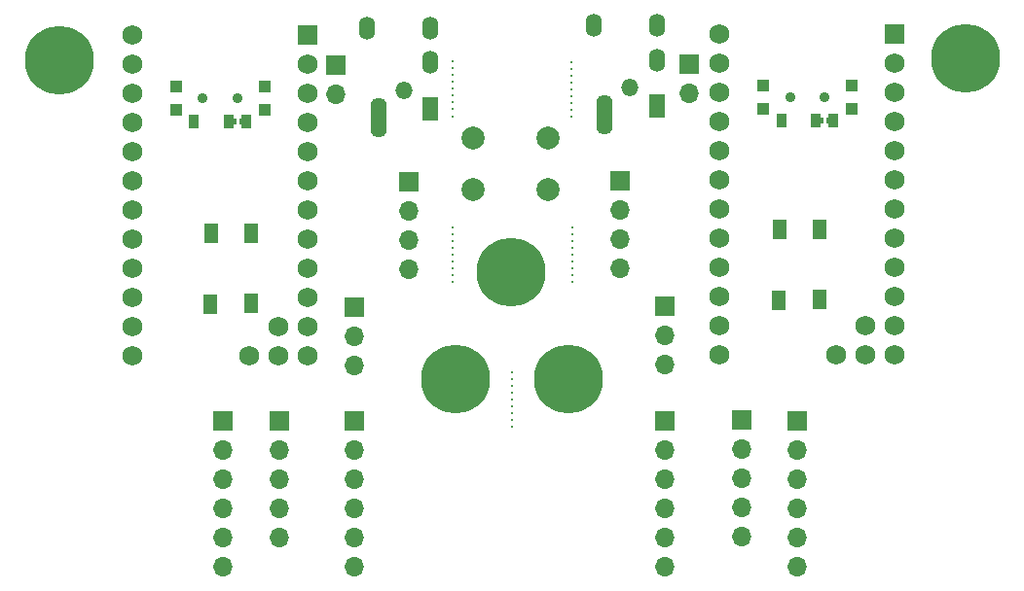
<source format=gbs>
%TF.GenerationSoftware,KiCad,Pcbnew,7.0.7*%
%TF.CreationDate,2024-01-26T01:18:24+08:00*%
%TF.ProjectId,adapter,61646170-7465-4722-9e6b-696361645f70,rev?*%
%TF.SameCoordinates,Original*%
%TF.FileFunction,Soldermask,Bot*%
%TF.FilePolarity,Negative*%
%FSLAX46Y46*%
G04 Gerber Fmt 4.6, Leading zero omitted, Abs format (unit mm)*
G04 Created by KiCad (PCBNEW 7.0.7) date 2024-01-26 01:18:24*
%MOMM*%
%LPD*%
G01*
G04 APERTURE LIST*
%ADD10C,0.300000*%
%ADD11C,2.000000*%
%ADD12C,6.000000*%
%ADD13R,1.752600X1.752600*%
%ADD14C,1.752600*%
%ADD15R,1.700000X1.700000*%
%ADD16O,1.700000X1.700000*%
%ADD17R,0.400000X0.600000*%
%ADD18C,0.900000*%
%ADD19R,0.900000X1.300000*%
%ADD20R,1.000000X1.000000*%
%ADD21O,1.500000X1.500000*%
%ADD22O,1.400000X2.000000*%
%ADD23O,1.400000X3.500000*%
%ADD24R,1.400000X2.000000*%
%ADD25R,1.300000X1.800000*%
G04 APERTURE END LIST*
D10*
%TO.C,REF\u002A\u002A*%
X206210000Y-117705000D03*
X206210000Y-118298750D03*
X206210000Y-118892500D03*
X206210000Y-119486250D03*
X206210000Y-120080000D03*
X206210000Y-120673750D03*
X206210000Y-121267500D03*
X206210000Y-121861250D03*
X206210000Y-122455000D03*
%TD*%
%TO.C,REF\u002A\u002A*%
X211430000Y-105105000D03*
X211430000Y-105698750D03*
X211430000Y-106292500D03*
X211430000Y-106886250D03*
X211430000Y-107480000D03*
X211430000Y-108073750D03*
X211430000Y-108667500D03*
X211430000Y-109261250D03*
X211430000Y-109855000D03*
%TD*%
%TO.C,REF\u002A\u002A*%
X201030000Y-105145000D03*
X201030000Y-105738750D03*
X201030000Y-106332500D03*
X201030000Y-106926250D03*
X201030000Y-107520000D03*
X201030000Y-108113750D03*
X201030000Y-108707500D03*
X201030000Y-109301250D03*
X201030000Y-109895000D03*
%TD*%
%TO.C,REF\u002A\u002A*%
X211370000Y-90695000D03*
X211370000Y-91288750D03*
X211370000Y-91882500D03*
X211370000Y-92476250D03*
X211370000Y-93070000D03*
X211370000Y-93663750D03*
X211370000Y-94257500D03*
X211370000Y-94851250D03*
X211370000Y-95445000D03*
%TD*%
%TO.C,REF\u002A\u002A*%
X201100000Y-93050000D03*
X201100000Y-93643750D03*
X201100000Y-94237500D03*
X201100000Y-94831250D03*
X201100000Y-95425000D03*
X201100000Y-91268750D03*
X201100000Y-92456250D03*
X201100000Y-90675000D03*
X201100000Y-91862500D03*
%TD*%
D11*
%TO.C,RSW1*%
X209350000Y-97300000D03*
X202850000Y-97300000D03*
X202850000Y-101800000D03*
X209350000Y-101800000D03*
%TD*%
D12*
%TO.C,H3*%
X206100000Y-109050000D03*
%TD*%
D13*
%TO.C,U2*%
X188446376Y-88388160D03*
D14*
X188446376Y-90928160D03*
X188446376Y-93468160D03*
X188446376Y-96008160D03*
X188446376Y-98548160D03*
X188446376Y-101088160D03*
X188446376Y-103628160D03*
X188446376Y-106168160D03*
X188446376Y-108708160D03*
X188446376Y-111248160D03*
X188446376Y-113788160D03*
X188446376Y-116328160D03*
X173206376Y-116328160D03*
X173206376Y-113788160D03*
X173206376Y-111248160D03*
X173206376Y-108708160D03*
X173206376Y-106168160D03*
X173206376Y-103628160D03*
X173206376Y-101088160D03*
X173206376Y-98548160D03*
X173206376Y-96008160D03*
X173206376Y-93468160D03*
X173206376Y-90928160D03*
X173206376Y-88388160D03*
X185906376Y-113788160D03*
X183366376Y-116328160D03*
X185906376Y-116328160D03*
%TD*%
D15*
%TO.C,J9*%
X226182542Y-121909520D03*
D16*
X226182542Y-124449520D03*
X226182542Y-126989520D03*
X226182542Y-129529520D03*
X226182542Y-132069520D03*
%TD*%
D15*
%TO.C,J12*%
X181053575Y-122008159D03*
D16*
X181053575Y-124548159D03*
X181053575Y-127088159D03*
X181053575Y-129628159D03*
X181053575Y-132168159D03*
X181053575Y-134708159D03*
%TD*%
D15*
%TO.C,J4*%
X219520000Y-112004520D03*
D16*
X219520000Y-114544520D03*
X219520000Y-117084520D03*
%TD*%
D15*
%TO.C,J5*%
X192476376Y-112028160D03*
D16*
X192476376Y-114568160D03*
X192476376Y-117108160D03*
%TD*%
D12*
%TO.C,H3*%
X201310297Y-118290820D03*
%TD*%
D15*
%TO.C,J13*%
X197206376Y-101158160D03*
D16*
X197206376Y-103698160D03*
X197206376Y-106238160D03*
X197206376Y-108778160D03*
%TD*%
D15*
%TO.C,J11*%
X185986917Y-121988159D03*
D16*
X185986917Y-124528159D03*
X185986917Y-127068159D03*
X185986917Y-129608159D03*
X185986917Y-132148159D03*
%TD*%
D15*
%TO.C,J6*%
X190912376Y-91013160D03*
D16*
X190912376Y-93553160D03*
%TD*%
D12*
%TO.C,H4*%
X211112620Y-118292180D03*
%TD*%
D15*
%TO.C,J7*%
X219500000Y-121929519D03*
D16*
X219500000Y-124469519D03*
X219500000Y-127009519D03*
X219500000Y-129549519D03*
X219500000Y-132089519D03*
X219500000Y-134629519D03*
%TD*%
D12*
%TO.C,H2*%
X245687620Y-90392180D03*
%TD*%
D15*
%TO.C,J3*%
X221650000Y-90924520D03*
D16*
X221650000Y-93464520D03*
%TD*%
D15*
%TO.C,J14*%
X215600000Y-101059520D03*
D16*
X215600000Y-103599520D03*
X215600000Y-106139520D03*
X215600000Y-108679520D03*
%TD*%
D12*
%TO.C,H1*%
X166810297Y-90540820D03*
%TD*%
D15*
%TO.C,J8*%
X192544065Y-122008159D03*
D16*
X192544065Y-124548159D03*
X192544065Y-127088159D03*
X192544065Y-129628159D03*
X192544065Y-132168159D03*
X192544065Y-134708159D03*
%TD*%
D15*
%TO.C,J10*%
X231039684Y-121929519D03*
D16*
X231039684Y-124469519D03*
X231039684Y-127009519D03*
X231039684Y-129549519D03*
X231039684Y-132089519D03*
X231039684Y-134629519D03*
%TD*%
D17*
%TO.C,JP1*%
X233750000Y-95809520D03*
X233115000Y-95809520D03*
%TD*%
D18*
%TO.C,SW4*%
X179326376Y-93858160D03*
X182326376Y-93858160D03*
D19*
X178576376Y-95858160D03*
X181576376Y-95858160D03*
X183076376Y-95858160D03*
D20*
X176976376Y-92808160D03*
X176976376Y-94908160D03*
X184676376Y-92808160D03*
X184676376Y-94908160D03*
%TD*%
D17*
%TO.C,JP2*%
X182071376Y-95908160D03*
X182706376Y-95908160D03*
%TD*%
D21*
%TO.C,J2*%
X196805297Y-93160820D03*
D22*
X193605297Y-87760820D03*
X199105297Y-90760820D03*
X199105297Y-87760820D03*
D23*
X194605297Y-95510820D03*
D24*
X199105297Y-94760820D03*
%TD*%
D25*
%TO.C,SW2*%
X180056376Y-105608160D03*
X180006376Y-111808160D03*
X183506376Y-105608160D03*
X183506376Y-111708160D03*
%TD*%
%TO.C,SW1*%
X232950000Y-111409520D03*
X232950000Y-105309520D03*
X229450000Y-111509520D03*
X229500000Y-105309520D03*
%TD*%
D14*
%TO.C,U1*%
X236990000Y-116249520D03*
X234450000Y-116249520D03*
X236990000Y-113709520D03*
X224290000Y-88309520D03*
X224290000Y-90849520D03*
X224290000Y-93389520D03*
X224290000Y-95929520D03*
X224290000Y-98469520D03*
X224290000Y-101009520D03*
X224290000Y-103549520D03*
X224290000Y-106089520D03*
X224290000Y-108629520D03*
X224290000Y-111169520D03*
X224290000Y-113709520D03*
X224290000Y-116249520D03*
X239530000Y-116249520D03*
X239530000Y-113709520D03*
X239530000Y-111169520D03*
X239530000Y-108629520D03*
X239530000Y-106089520D03*
X239530000Y-103549520D03*
X239530000Y-101009520D03*
X239530000Y-98469520D03*
X239530000Y-95929520D03*
X239530000Y-93389520D03*
X239530000Y-90849520D03*
D13*
X239530000Y-88309520D03*
%TD*%
D24*
%TO.C,J1*%
X218802620Y-94537180D03*
D23*
X214302620Y-95287180D03*
D22*
X218802620Y-87537180D03*
X218802620Y-90537180D03*
X213302620Y-87537180D03*
D21*
X216502620Y-92937180D03*
%TD*%
D20*
%TO.C,SW3*%
X235760000Y-94829520D03*
X235760000Y-92729520D03*
X228060000Y-94829520D03*
X228060000Y-92729520D03*
D19*
X234160000Y-95779520D03*
X232660000Y-95779520D03*
X229660000Y-95779520D03*
D18*
X233410000Y-93779520D03*
X230410000Y-93779520D03*
%TD*%
M02*

</source>
